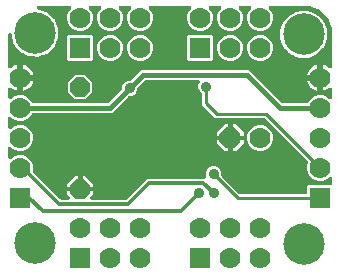
<source format=gbr>
G04 EAGLE Gerber RS-274X export*
G75*
%MOMM*%
%FSLAX34Y34*%
%LPD*%
%INBottom Copper*%
%IPPOS*%
%AMOC8*
5,1,8,0,0,1.08239X$1,22.5*%
G01*
%ADD10C,1.778000*%
%ADD11R,1.778000X1.778000*%
%ADD12C,3.516000*%
%ADD13P,1.814519X8X292.500000*%
%ADD14P,1.924489X8X202.500000*%
%ADD15C,0.906400*%
%ADD16C,0.406400*%
%ADD17C,0.304800*%
%ADD18C,0.254000*%

G36*
X53619Y61988D02*
X53619Y61988D01*
X53719Y61990D01*
X53791Y62008D01*
X53865Y62017D01*
X53959Y62050D01*
X54057Y62075D01*
X54123Y62109D01*
X54193Y62134D01*
X54277Y62189D01*
X54367Y62235D01*
X54423Y62283D01*
X54486Y62323D01*
X54556Y62395D01*
X54632Y62460D01*
X54676Y62520D01*
X54728Y62574D01*
X54780Y62660D01*
X54839Y62741D01*
X54869Y62809D01*
X54907Y62873D01*
X54938Y62969D01*
X54977Y63061D01*
X54990Y63134D01*
X55013Y63205D01*
X55021Y63305D01*
X55039Y63404D01*
X55035Y63478D01*
X55041Y63552D01*
X55026Y63652D01*
X55021Y63752D01*
X55000Y63823D01*
X54989Y63897D01*
X54952Y63990D01*
X54925Y64087D01*
X54888Y64152D01*
X54861Y64221D01*
X54803Y64303D01*
X54754Y64391D01*
X54689Y64467D01*
X54662Y64507D01*
X54635Y64531D01*
X54596Y64577D01*
X52577Y66596D01*
X52577Y69089D01*
X62992Y69089D01*
X63018Y69092D01*
X63044Y69090D01*
X63191Y69112D01*
X63338Y69129D01*
X63363Y69137D01*
X63389Y69141D01*
X63496Y69184D01*
X63572Y69163D01*
X63713Y69118D01*
X63739Y69115D01*
X63764Y69108D01*
X64008Y69089D01*
X74423Y69089D01*
X74423Y66596D01*
X72404Y64577D01*
X72342Y64499D01*
X72272Y64426D01*
X72234Y64362D01*
X72188Y64304D01*
X72145Y64213D01*
X72093Y64127D01*
X72070Y64056D01*
X72039Y63989D01*
X72017Y63891D01*
X71987Y63795D01*
X71981Y63721D01*
X71965Y63648D01*
X71967Y63548D01*
X71959Y63448D01*
X71970Y63374D01*
X71971Y63300D01*
X71996Y63203D01*
X72011Y63103D01*
X72038Y63034D01*
X72056Y62962D01*
X72102Y62873D01*
X72139Y62779D01*
X72182Y62718D01*
X72216Y62652D01*
X72281Y62576D01*
X72338Y62493D01*
X72393Y62443D01*
X72442Y62387D01*
X72522Y62327D01*
X72597Y62260D01*
X72662Y62224D01*
X72722Y62179D01*
X72814Y62140D01*
X72902Y62091D01*
X72974Y62071D01*
X73042Y62041D01*
X73141Y62024D01*
X73237Y61996D01*
X73337Y61988D01*
X73385Y61980D01*
X73421Y61982D01*
X73481Y61977D01*
X102036Y61977D01*
X102161Y61991D01*
X102288Y61998D01*
X102334Y62011D01*
X102382Y62017D01*
X102501Y62059D01*
X102622Y62094D01*
X102665Y62118D01*
X102710Y62134D01*
X102816Y62203D01*
X102927Y62264D01*
X102973Y62304D01*
X103003Y62323D01*
X103036Y62358D01*
X103113Y62423D01*
X120447Y79757D01*
X168828Y79757D01*
X168977Y79774D01*
X169127Y79786D01*
X169150Y79794D01*
X169174Y79797D01*
X169316Y79847D01*
X169459Y79894D01*
X169479Y79906D01*
X169502Y79914D01*
X169629Y79996D01*
X169757Y80073D01*
X169775Y80090D01*
X169795Y80103D01*
X169900Y80212D01*
X170007Y80316D01*
X170020Y80336D01*
X170037Y80354D01*
X170114Y80483D01*
X170195Y80609D01*
X170204Y80632D01*
X170216Y80653D01*
X170262Y80796D01*
X170312Y80938D01*
X170315Y80962D01*
X170322Y80985D01*
X170334Y81134D01*
X170351Y81284D01*
X170348Y81308D01*
X170350Y81332D01*
X170328Y81481D01*
X170310Y81630D01*
X170301Y81658D01*
X170298Y81677D01*
X170281Y81721D01*
X170235Y81863D01*
X169965Y82514D01*
X169965Y85126D01*
X170965Y87539D01*
X172811Y89385D01*
X175224Y90385D01*
X177836Y90385D01*
X180249Y89385D01*
X182095Y87539D01*
X183095Y85126D01*
X183095Y82557D01*
X183109Y82431D01*
X183116Y82305D01*
X183129Y82259D01*
X183135Y82211D01*
X183177Y82092D01*
X183212Y81970D01*
X183236Y81928D01*
X183252Y81883D01*
X183321Y81776D01*
X183382Y81666D01*
X183422Y81620D01*
X183441Y81590D01*
X183476Y81556D01*
X183541Y81480D01*
X197772Y67249D01*
X197871Y67170D01*
X197965Y67086D01*
X198007Y67062D01*
X198045Y67032D01*
X198159Y66978D01*
X198270Y66917D01*
X198316Y66904D01*
X198360Y66883D01*
X198483Y66857D01*
X198605Y66822D01*
X198666Y66817D01*
X198701Y66810D01*
X198749Y66811D01*
X198849Y66803D01*
X254254Y66803D01*
X254280Y66806D01*
X254306Y66804D01*
X254453Y66826D01*
X254600Y66843D01*
X254625Y66851D01*
X254651Y66855D01*
X254789Y66910D01*
X254928Y66960D01*
X254950Y66974D01*
X254975Y66984D01*
X255096Y67069D01*
X255221Y67149D01*
X255239Y67168D01*
X255261Y67183D01*
X255360Y67293D01*
X255463Y67400D01*
X255477Y67422D01*
X255494Y67442D01*
X255566Y67572D01*
X255642Y67699D01*
X255650Y67724D01*
X255663Y67747D01*
X255703Y67890D01*
X255748Y68031D01*
X255750Y68057D01*
X255758Y68082D01*
X255777Y68326D01*
X255777Y73232D01*
X256968Y74423D01*
X275336Y74423D01*
X275362Y74426D01*
X275388Y74424D01*
X275535Y74446D01*
X275682Y74463D01*
X275707Y74471D01*
X275733Y74475D01*
X275871Y74530D01*
X276010Y74580D01*
X276032Y74594D01*
X276057Y74604D01*
X276178Y74689D01*
X276303Y74769D01*
X276321Y74788D01*
X276343Y74803D01*
X276442Y74913D01*
X276545Y75020D01*
X276559Y75042D01*
X276576Y75062D01*
X276648Y75192D01*
X276724Y75319D01*
X276732Y75344D01*
X276745Y75367D01*
X276785Y75510D01*
X276830Y75651D01*
X276832Y75677D01*
X276840Y75702D01*
X276859Y75946D01*
X276859Y79935D01*
X276848Y80035D01*
X276846Y80135D01*
X276828Y80207D01*
X276819Y80281D01*
X276786Y80375D01*
X276761Y80473D01*
X276727Y80539D01*
X276702Y80609D01*
X276647Y80693D01*
X276601Y80783D01*
X276553Y80839D01*
X276513Y80902D01*
X276441Y80972D01*
X276376Y81048D01*
X276316Y81092D01*
X276262Y81144D01*
X276176Y81196D01*
X276095Y81255D01*
X276027Y81285D01*
X275963Y81323D01*
X275867Y81354D01*
X275775Y81393D01*
X275702Y81406D01*
X275631Y81429D01*
X275531Y81437D01*
X275432Y81455D01*
X275358Y81451D01*
X275284Y81457D01*
X275184Y81442D01*
X275084Y81437D01*
X275013Y81416D01*
X274939Y81405D01*
X274846Y81368D01*
X274749Y81341D01*
X274684Y81304D01*
X274615Y81277D01*
X274533Y81219D01*
X274445Y81170D01*
X274369Y81105D01*
X274329Y81078D01*
X274305Y81051D01*
X274259Y81012D01*
X272887Y79640D01*
X268873Y77977D01*
X264527Y77977D01*
X260513Y79640D01*
X257440Y82713D01*
X255777Y86727D01*
X255777Y91073D01*
X256583Y93017D01*
X256604Y93091D01*
X256634Y93161D01*
X256651Y93257D01*
X256678Y93352D01*
X256682Y93428D01*
X256695Y93504D01*
X256690Y93602D01*
X256695Y93700D01*
X256681Y93775D01*
X256678Y93852D01*
X256650Y93946D01*
X256633Y94043D01*
X256602Y94113D01*
X256581Y94186D01*
X256533Y94272D01*
X256494Y94363D01*
X256448Y94424D01*
X256411Y94491D01*
X256314Y94605D01*
X256286Y94642D01*
X256271Y94655D01*
X256252Y94677D01*
X220058Y130871D01*
X219959Y130950D01*
X219865Y131034D01*
X219823Y131058D01*
X219785Y131088D01*
X219671Y131142D01*
X219560Y131203D01*
X219514Y131216D01*
X219470Y131237D01*
X219347Y131263D01*
X219225Y131298D01*
X219164Y131303D01*
X219129Y131310D01*
X219081Y131309D01*
X218981Y131317D01*
X177702Y131317D01*
X166877Y142142D01*
X166877Y150868D01*
X166863Y150993D01*
X166856Y151120D01*
X166843Y151166D01*
X166837Y151214D01*
X166795Y151333D01*
X166760Y151454D01*
X166736Y151497D01*
X166720Y151542D01*
X166651Y151648D01*
X166590Y151759D01*
X166550Y151805D01*
X166531Y151835D01*
X166496Y151868D01*
X166431Y151945D01*
X164615Y153761D01*
X163615Y156174D01*
X163615Y158786D01*
X164727Y161469D01*
X164768Y161614D01*
X164814Y161757D01*
X164816Y161781D01*
X164822Y161804D01*
X164830Y161955D01*
X164842Y162104D01*
X164838Y162128D01*
X164839Y162152D01*
X164812Y162300D01*
X164790Y162449D01*
X164781Y162471D01*
X164777Y162495D01*
X164717Y162633D01*
X164661Y162773D01*
X164648Y162793D01*
X164638Y162815D01*
X164548Y162936D01*
X164462Y163059D01*
X164445Y163075D01*
X164430Y163095D01*
X164315Y163192D01*
X164204Y163292D01*
X164182Y163304D01*
X164164Y163320D01*
X164030Y163388D01*
X163899Y163461D01*
X163875Y163467D01*
X163854Y163478D01*
X163708Y163515D01*
X163563Y163556D01*
X163534Y163558D01*
X163516Y163563D01*
X163469Y163563D01*
X163319Y163575D01*
X119155Y163575D01*
X119029Y163561D01*
X118903Y163554D01*
X118856Y163541D01*
X118808Y163535D01*
X118689Y163493D01*
X118568Y163458D01*
X118526Y163434D01*
X118480Y163418D01*
X118374Y163349D01*
X118264Y163288D01*
X118218Y163248D01*
X118188Y163229D01*
X118154Y163194D01*
X118078Y163129D01*
X112421Y157472D01*
X112355Y157389D01*
X112312Y157344D01*
X112302Y157329D01*
X112258Y157280D01*
X112234Y157237D01*
X112204Y157199D01*
X112150Y157085D01*
X112089Y156975D01*
X112076Y156928D01*
X112055Y156884D01*
X112029Y156761D01*
X111994Y156639D01*
X111989Y156578D01*
X111982Y156544D01*
X111983Y156496D01*
X111975Y156395D01*
X111975Y154904D01*
X110975Y152491D01*
X109129Y150645D01*
X106716Y149645D01*
X105225Y149645D01*
X105099Y149631D01*
X104973Y149624D01*
X104926Y149611D01*
X104878Y149605D01*
X104759Y149563D01*
X104638Y149528D01*
X104596Y149504D01*
X104550Y149488D01*
X104444Y149419D01*
X104334Y149358D01*
X104288Y149318D01*
X104258Y149299D01*
X104224Y149264D01*
X104148Y149199D01*
X90584Y135635D01*
X23857Y135635D01*
X23781Y135627D01*
X23704Y135628D01*
X23608Y135607D01*
X23511Y135595D01*
X23439Y135570D01*
X23364Y135553D01*
X23275Y135511D01*
X23182Y135478D01*
X23118Y135436D01*
X23049Y135404D01*
X22972Y135342D01*
X22890Y135289D01*
X22837Y135234D01*
X22777Y135186D01*
X22716Y135109D01*
X22647Y135038D01*
X22608Y134973D01*
X22561Y134913D01*
X22493Y134780D01*
X22469Y134739D01*
X22463Y134721D01*
X22449Y134695D01*
X21960Y133513D01*
X18887Y130440D01*
X14873Y128777D01*
X10527Y128777D01*
X6513Y130440D01*
X5141Y131812D01*
X5062Y131874D01*
X4990Y131944D01*
X4926Y131982D01*
X4868Y132028D01*
X4777Y132071D01*
X4691Y132123D01*
X4620Y132146D01*
X4553Y132177D01*
X4455Y132199D01*
X4359Y132229D01*
X4285Y132235D01*
X4212Y132251D01*
X4112Y132249D01*
X4012Y132257D01*
X3938Y132246D01*
X3864Y132245D01*
X3767Y132220D01*
X3667Y132205D01*
X3598Y132178D01*
X3526Y132160D01*
X3437Y132114D01*
X3343Y132077D01*
X3282Y132034D01*
X3216Y132000D01*
X3140Y131935D01*
X3057Y131878D01*
X3007Y131823D01*
X2951Y131774D01*
X2891Y131694D01*
X2824Y131619D01*
X2788Y131554D01*
X2743Y131494D01*
X2704Y131402D01*
X2655Y131314D01*
X2635Y131242D01*
X2605Y131174D01*
X2588Y131075D01*
X2560Y130979D01*
X2552Y130879D01*
X2544Y130831D01*
X2546Y130795D01*
X2541Y130735D01*
X2541Y123265D01*
X2552Y123165D01*
X2554Y123065D01*
X2572Y122993D01*
X2581Y122919D01*
X2614Y122825D01*
X2639Y122727D01*
X2673Y122661D01*
X2698Y122591D01*
X2753Y122507D01*
X2799Y122417D01*
X2847Y122361D01*
X2887Y122298D01*
X2959Y122228D01*
X3024Y122152D01*
X3084Y122108D01*
X3138Y122056D01*
X3224Y122004D01*
X3305Y121945D01*
X3373Y121915D01*
X3437Y121877D01*
X3533Y121846D01*
X3625Y121807D01*
X3698Y121794D01*
X3769Y121771D01*
X3869Y121763D01*
X3968Y121745D01*
X4042Y121749D01*
X4116Y121743D01*
X4216Y121758D01*
X4316Y121763D01*
X4387Y121784D01*
X4461Y121795D01*
X4554Y121832D01*
X4651Y121859D01*
X4716Y121896D01*
X4785Y121923D01*
X4867Y121981D01*
X4955Y122030D01*
X5031Y122095D01*
X5071Y122122D01*
X5095Y122149D01*
X5141Y122188D01*
X6513Y123560D01*
X10527Y125223D01*
X14873Y125223D01*
X18887Y123560D01*
X21960Y120487D01*
X23623Y116473D01*
X23623Y112127D01*
X21960Y108113D01*
X18887Y105040D01*
X14873Y103377D01*
X10527Y103377D01*
X6513Y105040D01*
X5141Y106412D01*
X5062Y106474D01*
X4990Y106544D01*
X4926Y106582D01*
X4868Y106628D01*
X4777Y106671D01*
X4691Y106723D01*
X4620Y106746D01*
X4553Y106777D01*
X4455Y106799D01*
X4359Y106829D01*
X4285Y106835D01*
X4212Y106851D01*
X4112Y106849D01*
X4012Y106857D01*
X3938Y106846D01*
X3864Y106845D01*
X3767Y106820D01*
X3667Y106805D01*
X3598Y106778D01*
X3526Y106760D01*
X3437Y106714D01*
X3343Y106677D01*
X3282Y106634D01*
X3216Y106600D01*
X3140Y106535D01*
X3057Y106478D01*
X3007Y106423D01*
X2951Y106374D01*
X2891Y106294D01*
X2824Y106219D01*
X2788Y106154D01*
X2743Y106094D01*
X2704Y106002D01*
X2655Y105914D01*
X2635Y105842D01*
X2605Y105774D01*
X2588Y105675D01*
X2560Y105579D01*
X2552Y105479D01*
X2544Y105431D01*
X2546Y105395D01*
X2541Y105335D01*
X2541Y97865D01*
X2552Y97765D01*
X2554Y97665D01*
X2572Y97593D01*
X2581Y97519D01*
X2614Y97425D01*
X2639Y97327D01*
X2673Y97261D01*
X2698Y97191D01*
X2753Y97107D01*
X2799Y97017D01*
X2847Y96961D01*
X2887Y96898D01*
X2959Y96828D01*
X3024Y96752D01*
X3084Y96708D01*
X3138Y96656D01*
X3224Y96604D01*
X3305Y96545D01*
X3373Y96515D01*
X3437Y96477D01*
X3533Y96446D01*
X3625Y96407D01*
X3698Y96394D01*
X3769Y96371D01*
X3869Y96363D01*
X3968Y96345D01*
X4042Y96349D01*
X4116Y96343D01*
X4216Y96358D01*
X4316Y96363D01*
X4387Y96384D01*
X4461Y96395D01*
X4554Y96432D01*
X4651Y96459D01*
X4716Y96496D01*
X4785Y96523D01*
X4867Y96581D01*
X4955Y96630D01*
X5031Y96695D01*
X5071Y96722D01*
X5095Y96749D01*
X5141Y96788D01*
X6513Y98160D01*
X10527Y99823D01*
X14873Y99823D01*
X18887Y98160D01*
X21960Y95087D01*
X23623Y91073D01*
X23623Y86707D01*
X23615Y86690D01*
X23598Y86593D01*
X23571Y86498D01*
X23567Y86422D01*
X23554Y86347D01*
X23559Y86248D01*
X23554Y86150D01*
X23568Y86075D01*
X23572Y85998D01*
X23599Y85904D01*
X23617Y85807D01*
X23647Y85737D01*
X23668Y85664D01*
X23716Y85578D01*
X23755Y85488D01*
X23801Y85426D01*
X23838Y85359D01*
X23935Y85246D01*
X23963Y85208D01*
X23978Y85195D01*
X23997Y85173D01*
X46747Y62423D01*
X46846Y62344D01*
X46940Y62260D01*
X46982Y62236D01*
X47020Y62206D01*
X47134Y62152D01*
X47245Y62091D01*
X47292Y62078D01*
X47335Y62057D01*
X47459Y62031D01*
X47580Y61996D01*
X47641Y61991D01*
X47676Y61984D01*
X47724Y61985D01*
X47824Y61977D01*
X53519Y61977D01*
X53619Y61988D01*
G37*
G36*
X86711Y143779D02*
X86711Y143779D01*
X86837Y143786D01*
X86884Y143799D01*
X86932Y143805D01*
X87051Y143847D01*
X87172Y143882D01*
X87214Y143906D01*
X87260Y143922D01*
X87366Y143991D01*
X87476Y144052D01*
X87522Y144092D01*
X87552Y144111D01*
X87586Y144146D01*
X87662Y144211D01*
X98399Y154948D01*
X98478Y155047D01*
X98562Y155140D01*
X98586Y155183D01*
X98616Y155221D01*
X98670Y155335D01*
X98731Y155445D01*
X98744Y155492D01*
X98765Y155536D01*
X98791Y155659D01*
X98826Y155781D01*
X98831Y155842D01*
X98838Y155876D01*
X98837Y155924D01*
X98845Y156025D01*
X98845Y157516D01*
X99845Y159929D01*
X101691Y161775D01*
X104104Y162775D01*
X105595Y162775D01*
X105721Y162789D01*
X105847Y162796D01*
X105894Y162809D01*
X105942Y162815D01*
X106061Y162857D01*
X106182Y162892D01*
X106224Y162916D01*
X106270Y162932D01*
X106376Y163001D01*
X106486Y163062D01*
X106532Y163102D01*
X106562Y163121D01*
X106596Y163156D01*
X106672Y163221D01*
X115156Y171705D01*
X206154Y171705D01*
X233648Y144211D01*
X233747Y144132D01*
X233840Y144048D01*
X233883Y144024D01*
X233921Y143994D01*
X234035Y143940D01*
X234145Y143879D01*
X234192Y143866D01*
X234236Y143845D01*
X234359Y143819D01*
X234481Y143784D01*
X234542Y143779D01*
X234576Y143772D01*
X234624Y143773D01*
X234725Y143765D01*
X255543Y143765D01*
X255619Y143773D01*
X255695Y143772D01*
X255792Y143793D01*
X255889Y143805D01*
X255961Y143830D01*
X256036Y143847D01*
X256125Y143889D01*
X256217Y143922D01*
X256282Y143964D01*
X256351Y143996D01*
X256428Y144058D01*
X256510Y144111D01*
X256563Y144166D01*
X256623Y144214D01*
X256684Y144291D01*
X256752Y144362D01*
X256792Y144427D01*
X256839Y144487D01*
X256907Y144621D01*
X256931Y144661D01*
X256937Y144679D01*
X256950Y144705D01*
X257440Y145887D01*
X260513Y148960D01*
X264527Y150623D01*
X268873Y150623D01*
X272887Y148960D01*
X274259Y147588D01*
X274338Y147526D01*
X274410Y147456D01*
X274474Y147418D01*
X274532Y147372D01*
X274623Y147329D01*
X274709Y147277D01*
X274780Y147254D01*
X274847Y147223D01*
X274945Y147201D01*
X275041Y147171D01*
X275115Y147165D01*
X275188Y147149D01*
X275288Y147151D01*
X275388Y147143D01*
X275462Y147154D01*
X275536Y147155D01*
X275633Y147180D01*
X275733Y147195D01*
X275802Y147222D01*
X275874Y147240D01*
X275963Y147286D01*
X276057Y147323D01*
X276118Y147366D01*
X276184Y147400D01*
X276260Y147465D01*
X276343Y147522D01*
X276393Y147577D01*
X276449Y147626D01*
X276509Y147706D01*
X276576Y147781D01*
X276612Y147846D01*
X276657Y147906D01*
X276696Y147998D01*
X276745Y148086D01*
X276765Y148158D01*
X276795Y148226D01*
X276812Y148325D01*
X276840Y148421D01*
X276848Y148521D01*
X276856Y148569D01*
X276854Y148605D01*
X276859Y148665D01*
X276859Y155416D01*
X276848Y155516D01*
X276846Y155617D01*
X276828Y155689D01*
X276819Y155763D01*
X276786Y155857D01*
X276761Y155955D01*
X276727Y156021D01*
X276702Y156091D01*
X276647Y156175D01*
X276601Y156264D01*
X276553Y156321D01*
X276513Y156383D01*
X276441Y156453D01*
X276375Y156530D01*
X276316Y156574D01*
X276262Y156626D01*
X276176Y156677D01*
X276095Y156737D01*
X276027Y156766D01*
X275963Y156805D01*
X275867Y156835D01*
X275775Y156875D01*
X275702Y156888D01*
X275631Y156911D01*
X275531Y156919D01*
X275432Y156937D01*
X275358Y156933D01*
X275284Y156939D01*
X275185Y156924D01*
X275084Y156919D01*
X275013Y156898D01*
X274939Y156887D01*
X274846Y156850D01*
X274749Y156822D01*
X274684Y156786D01*
X274615Y156758D01*
X274533Y156701D01*
X274445Y156652D01*
X274369Y156587D01*
X274329Y156559D01*
X274305Y156533D01*
X274259Y156493D01*
X274147Y156381D01*
X272691Y155324D01*
X271088Y154507D01*
X269377Y153951D01*
X269199Y153923D01*
X269199Y164124D01*
X269196Y164150D01*
X269198Y164176D01*
X269176Y164323D01*
X269159Y164470D01*
X269151Y164495D01*
X269147Y164521D01*
X269092Y164658D01*
X269042Y164798D01*
X269028Y164820D01*
X269018Y164845D01*
X268933Y164966D01*
X268853Y165091D01*
X268840Y165103D01*
X268885Y165150D01*
X268899Y165173D01*
X268916Y165192D01*
X268988Y165322D01*
X269064Y165449D01*
X269072Y165474D01*
X269085Y165497D01*
X269125Y165640D01*
X269170Y165781D01*
X269172Y165807D01*
X269180Y165832D01*
X269199Y166076D01*
X269199Y176277D01*
X269377Y176249D01*
X271088Y175693D01*
X272691Y174876D01*
X274147Y173819D01*
X274259Y173707D01*
X274337Y173644D01*
X274410Y173574D01*
X274474Y173536D01*
X274532Y173490D01*
X274623Y173447D01*
X274709Y173395D01*
X274780Y173373D01*
X274847Y173341D01*
X274945Y173320D01*
X275041Y173289D01*
X275115Y173283D01*
X275188Y173268D01*
X275288Y173269D01*
X275388Y173261D01*
X275462Y173272D01*
X275536Y173274D01*
X275633Y173298D01*
X275733Y173313D01*
X275802Y173340D01*
X275874Y173359D01*
X275963Y173405D01*
X276057Y173442D01*
X276118Y173484D01*
X276184Y173518D01*
X276260Y173583D01*
X276343Y173641D01*
X276393Y173696D01*
X276449Y173744D01*
X276509Y173825D01*
X276576Y173899D01*
X276612Y173964D01*
X276656Y174024D01*
X276696Y174116D01*
X276745Y174204D01*
X276765Y174276D01*
X276795Y174344D01*
X276812Y174443D01*
X276840Y174540D01*
X276848Y174640D01*
X276856Y174687D01*
X276854Y174723D01*
X276859Y174784D01*
X276859Y203200D01*
X276854Y203242D01*
X276855Y203320D01*
X276592Y206657D01*
X276581Y206713D01*
X276579Y206770D01*
X276529Y206981D01*
X276525Y206999D01*
X276523Y207003D01*
X276522Y207008D01*
X274459Y213357D01*
X274411Y213463D01*
X274370Y213573D01*
X274331Y213637D01*
X274314Y213674D01*
X274287Y213709D01*
X274243Y213782D01*
X270319Y219182D01*
X270240Y219268D01*
X270168Y219360D01*
X270111Y219409D01*
X270083Y219439D01*
X270047Y219464D01*
X269982Y219519D01*
X264582Y223443D01*
X264480Y223500D01*
X264383Y223565D01*
X264314Y223594D01*
X264278Y223614D01*
X264235Y223627D01*
X264157Y223659D01*
X257808Y225722D01*
X257752Y225733D01*
X257699Y225753D01*
X257485Y225787D01*
X257467Y225791D01*
X257463Y225791D01*
X257457Y225792D01*
X254120Y226055D01*
X254077Y226053D01*
X254000Y226059D01*
X224865Y226059D01*
X224765Y226048D01*
X224665Y226046D01*
X224593Y226028D01*
X224519Y226019D01*
X224425Y225986D01*
X224327Y225961D01*
X224261Y225927D01*
X224191Y225902D01*
X224107Y225847D01*
X224017Y225801D01*
X223961Y225753D01*
X223898Y225713D01*
X223828Y225641D01*
X223752Y225576D01*
X223708Y225516D01*
X223656Y225462D01*
X223604Y225376D01*
X223545Y225295D01*
X223515Y225227D01*
X223477Y225163D01*
X223446Y225067D01*
X223407Y224975D01*
X223394Y224902D01*
X223371Y224831D01*
X223363Y224731D01*
X223345Y224632D01*
X223349Y224558D01*
X223343Y224484D01*
X223358Y224384D01*
X223363Y224284D01*
X223384Y224213D01*
X223395Y224139D01*
X223432Y224046D01*
X223459Y223949D01*
X223496Y223884D01*
X223523Y223815D01*
X223581Y223733D01*
X223630Y223645D01*
X223695Y223569D01*
X223722Y223529D01*
X223749Y223505D01*
X223788Y223459D01*
X225160Y222087D01*
X226823Y218073D01*
X226823Y213727D01*
X225160Y209713D01*
X222087Y206640D01*
X218073Y204977D01*
X213727Y204977D01*
X209713Y206640D01*
X206640Y209713D01*
X204977Y213727D01*
X204977Y218073D01*
X206640Y222087D01*
X208012Y223459D01*
X208074Y223538D01*
X208144Y223610D01*
X208182Y223674D01*
X208228Y223732D01*
X208271Y223823D01*
X208323Y223909D01*
X208346Y223980D01*
X208377Y224047D01*
X208399Y224145D01*
X208429Y224241D01*
X208435Y224315D01*
X208451Y224388D01*
X208449Y224488D01*
X208457Y224588D01*
X208446Y224662D01*
X208445Y224736D01*
X208420Y224833D01*
X208405Y224933D01*
X208378Y225002D01*
X208360Y225074D01*
X208314Y225163D01*
X208277Y225257D01*
X208234Y225318D01*
X208200Y225384D01*
X208135Y225460D01*
X208078Y225543D01*
X208023Y225593D01*
X207974Y225649D01*
X207894Y225709D01*
X207819Y225776D01*
X207754Y225812D01*
X207694Y225857D01*
X207602Y225896D01*
X207514Y225945D01*
X207442Y225965D01*
X207374Y225995D01*
X207275Y226012D01*
X207179Y226040D01*
X207079Y226048D01*
X207031Y226056D01*
X206995Y226054D01*
X206935Y226059D01*
X199465Y226059D01*
X199365Y226048D01*
X199265Y226046D01*
X199193Y226028D01*
X199119Y226019D01*
X199025Y225986D01*
X198927Y225961D01*
X198861Y225927D01*
X198791Y225902D01*
X198707Y225847D01*
X198617Y225801D01*
X198561Y225753D01*
X198498Y225713D01*
X198428Y225641D01*
X198352Y225576D01*
X198308Y225516D01*
X198256Y225462D01*
X198204Y225376D01*
X198145Y225295D01*
X198115Y225227D01*
X198077Y225163D01*
X198046Y225067D01*
X198007Y224975D01*
X197994Y224902D01*
X197971Y224831D01*
X197963Y224731D01*
X197945Y224632D01*
X197949Y224558D01*
X197943Y224484D01*
X197958Y224384D01*
X197963Y224284D01*
X197984Y224213D01*
X197995Y224139D01*
X198032Y224046D01*
X198059Y223949D01*
X198096Y223884D01*
X198123Y223815D01*
X198181Y223733D01*
X198230Y223645D01*
X198295Y223569D01*
X198322Y223529D01*
X198349Y223505D01*
X198388Y223459D01*
X199760Y222087D01*
X201423Y218073D01*
X201423Y213727D01*
X199760Y209713D01*
X196687Y206640D01*
X192673Y204977D01*
X188327Y204977D01*
X184313Y206640D01*
X181240Y209713D01*
X179577Y213727D01*
X179577Y218073D01*
X181240Y222087D01*
X182612Y223459D01*
X182674Y223538D01*
X182744Y223610D01*
X182782Y223674D01*
X182828Y223732D01*
X182871Y223823D01*
X182923Y223909D01*
X182946Y223980D01*
X182977Y224047D01*
X182999Y224145D01*
X183029Y224241D01*
X183035Y224315D01*
X183051Y224388D01*
X183049Y224488D01*
X183057Y224588D01*
X183046Y224662D01*
X183045Y224736D01*
X183020Y224833D01*
X183005Y224933D01*
X182978Y225002D01*
X182960Y225074D01*
X182914Y225163D01*
X182877Y225257D01*
X182834Y225318D01*
X182800Y225384D01*
X182735Y225460D01*
X182678Y225543D01*
X182623Y225593D01*
X182574Y225649D01*
X182494Y225709D01*
X182419Y225776D01*
X182354Y225812D01*
X182294Y225857D01*
X182202Y225896D01*
X182114Y225945D01*
X182042Y225965D01*
X181974Y225995D01*
X181875Y226012D01*
X181779Y226040D01*
X181679Y226048D01*
X181631Y226056D01*
X181595Y226054D01*
X181535Y226059D01*
X174065Y226059D01*
X173965Y226048D01*
X173865Y226046D01*
X173793Y226028D01*
X173719Y226019D01*
X173625Y225986D01*
X173527Y225961D01*
X173461Y225927D01*
X173391Y225902D01*
X173307Y225847D01*
X173217Y225801D01*
X173161Y225753D01*
X173098Y225713D01*
X173028Y225641D01*
X172952Y225576D01*
X172908Y225516D01*
X172856Y225462D01*
X172804Y225376D01*
X172745Y225295D01*
X172715Y225227D01*
X172677Y225163D01*
X172646Y225067D01*
X172607Y224975D01*
X172594Y224902D01*
X172571Y224831D01*
X172563Y224731D01*
X172545Y224632D01*
X172549Y224558D01*
X172543Y224484D01*
X172558Y224384D01*
X172563Y224284D01*
X172584Y224213D01*
X172595Y224139D01*
X172632Y224046D01*
X172659Y223949D01*
X172696Y223884D01*
X172723Y223815D01*
X172781Y223733D01*
X172830Y223645D01*
X172895Y223569D01*
X172922Y223529D01*
X172949Y223505D01*
X172988Y223459D01*
X174360Y222087D01*
X176023Y218073D01*
X176023Y213727D01*
X174360Y209713D01*
X171287Y206640D01*
X167273Y204977D01*
X162927Y204977D01*
X158913Y206640D01*
X155840Y209713D01*
X154177Y213727D01*
X154177Y218073D01*
X155840Y222087D01*
X157212Y223459D01*
X157274Y223538D01*
X157344Y223610D01*
X157382Y223674D01*
X157428Y223732D01*
X157471Y223823D01*
X157523Y223909D01*
X157546Y223980D01*
X157577Y224047D01*
X157599Y224145D01*
X157629Y224241D01*
X157635Y224315D01*
X157651Y224388D01*
X157649Y224488D01*
X157657Y224588D01*
X157646Y224662D01*
X157645Y224736D01*
X157620Y224833D01*
X157605Y224933D01*
X157578Y225002D01*
X157560Y225074D01*
X157514Y225163D01*
X157477Y225257D01*
X157434Y225318D01*
X157400Y225384D01*
X157335Y225460D01*
X157278Y225543D01*
X157223Y225593D01*
X157174Y225649D01*
X157094Y225709D01*
X157019Y225776D01*
X156954Y225812D01*
X156894Y225857D01*
X156802Y225896D01*
X156714Y225945D01*
X156642Y225965D01*
X156574Y225995D01*
X156475Y226012D01*
X156379Y226040D01*
X156279Y226048D01*
X156231Y226056D01*
X156195Y226054D01*
X156135Y226059D01*
X123265Y226059D01*
X123165Y226048D01*
X123065Y226046D01*
X122993Y226028D01*
X122919Y226019D01*
X122825Y225986D01*
X122727Y225961D01*
X122661Y225927D01*
X122591Y225902D01*
X122507Y225847D01*
X122417Y225801D01*
X122361Y225753D01*
X122298Y225713D01*
X122228Y225641D01*
X122152Y225576D01*
X122108Y225516D01*
X122056Y225462D01*
X122004Y225376D01*
X121945Y225295D01*
X121915Y225227D01*
X121877Y225163D01*
X121846Y225067D01*
X121807Y224975D01*
X121794Y224902D01*
X121771Y224831D01*
X121763Y224731D01*
X121745Y224632D01*
X121749Y224558D01*
X121743Y224484D01*
X121758Y224384D01*
X121763Y224284D01*
X121784Y224213D01*
X121795Y224139D01*
X121832Y224046D01*
X121859Y223949D01*
X121896Y223884D01*
X121923Y223815D01*
X121981Y223733D01*
X122030Y223645D01*
X122095Y223569D01*
X122122Y223529D01*
X122149Y223505D01*
X122188Y223459D01*
X123560Y222087D01*
X125223Y218073D01*
X125223Y213727D01*
X123560Y209713D01*
X120487Y206640D01*
X116473Y204977D01*
X112127Y204977D01*
X108113Y206640D01*
X105040Y209713D01*
X103377Y213727D01*
X103377Y218073D01*
X105040Y222087D01*
X106412Y223459D01*
X106474Y223538D01*
X106544Y223610D01*
X106582Y223674D01*
X106628Y223732D01*
X106671Y223823D01*
X106723Y223909D01*
X106746Y223980D01*
X106777Y224047D01*
X106799Y224145D01*
X106829Y224241D01*
X106835Y224315D01*
X106851Y224388D01*
X106849Y224488D01*
X106857Y224588D01*
X106846Y224662D01*
X106845Y224736D01*
X106820Y224833D01*
X106805Y224933D01*
X106778Y225002D01*
X106760Y225074D01*
X106714Y225163D01*
X106677Y225257D01*
X106634Y225318D01*
X106600Y225384D01*
X106535Y225460D01*
X106478Y225543D01*
X106423Y225593D01*
X106374Y225649D01*
X106294Y225709D01*
X106219Y225776D01*
X106154Y225812D01*
X106094Y225857D01*
X106002Y225896D01*
X105914Y225945D01*
X105842Y225965D01*
X105774Y225995D01*
X105675Y226012D01*
X105579Y226040D01*
X105479Y226048D01*
X105431Y226056D01*
X105395Y226054D01*
X105335Y226059D01*
X97865Y226059D01*
X97765Y226048D01*
X97665Y226046D01*
X97593Y226028D01*
X97519Y226019D01*
X97425Y225986D01*
X97327Y225961D01*
X97261Y225927D01*
X97191Y225902D01*
X97107Y225847D01*
X97017Y225801D01*
X96961Y225753D01*
X96898Y225713D01*
X96828Y225641D01*
X96752Y225576D01*
X96708Y225516D01*
X96656Y225462D01*
X96604Y225376D01*
X96545Y225295D01*
X96515Y225227D01*
X96477Y225163D01*
X96446Y225067D01*
X96407Y224975D01*
X96394Y224902D01*
X96371Y224831D01*
X96363Y224731D01*
X96345Y224632D01*
X96349Y224558D01*
X96343Y224484D01*
X96358Y224384D01*
X96363Y224284D01*
X96384Y224213D01*
X96395Y224139D01*
X96432Y224046D01*
X96459Y223949D01*
X96496Y223884D01*
X96523Y223815D01*
X96581Y223733D01*
X96630Y223645D01*
X96695Y223569D01*
X96722Y223529D01*
X96749Y223505D01*
X96788Y223459D01*
X98160Y222087D01*
X99823Y218073D01*
X99823Y213727D01*
X98160Y209713D01*
X95087Y206640D01*
X91073Y204977D01*
X86727Y204977D01*
X82713Y206640D01*
X79640Y209713D01*
X77977Y213727D01*
X77977Y218073D01*
X79640Y222087D01*
X81012Y223459D01*
X81074Y223538D01*
X81144Y223610D01*
X81182Y223674D01*
X81228Y223732D01*
X81271Y223823D01*
X81323Y223909D01*
X81346Y223980D01*
X81377Y224047D01*
X81399Y224145D01*
X81429Y224241D01*
X81435Y224315D01*
X81451Y224388D01*
X81449Y224488D01*
X81457Y224588D01*
X81446Y224662D01*
X81445Y224736D01*
X81420Y224833D01*
X81405Y224933D01*
X81378Y225002D01*
X81360Y225074D01*
X81314Y225163D01*
X81277Y225257D01*
X81234Y225318D01*
X81200Y225384D01*
X81135Y225460D01*
X81078Y225543D01*
X81023Y225593D01*
X80974Y225649D01*
X80894Y225709D01*
X80819Y225776D01*
X80754Y225812D01*
X80694Y225857D01*
X80602Y225896D01*
X80514Y225945D01*
X80442Y225965D01*
X80374Y225995D01*
X80275Y226012D01*
X80179Y226040D01*
X80079Y226048D01*
X80031Y226056D01*
X79995Y226054D01*
X79935Y226059D01*
X72465Y226059D01*
X72365Y226048D01*
X72265Y226046D01*
X72193Y226028D01*
X72119Y226019D01*
X72025Y225986D01*
X71927Y225961D01*
X71861Y225927D01*
X71791Y225902D01*
X71707Y225847D01*
X71617Y225801D01*
X71561Y225753D01*
X71498Y225713D01*
X71428Y225641D01*
X71352Y225576D01*
X71308Y225516D01*
X71256Y225462D01*
X71204Y225376D01*
X71145Y225295D01*
X71115Y225227D01*
X71077Y225163D01*
X71046Y225067D01*
X71007Y224975D01*
X70994Y224902D01*
X70971Y224831D01*
X70963Y224731D01*
X70945Y224632D01*
X70949Y224558D01*
X70943Y224484D01*
X70958Y224384D01*
X70963Y224284D01*
X70984Y224213D01*
X70995Y224139D01*
X71032Y224046D01*
X71059Y223949D01*
X71096Y223884D01*
X71123Y223815D01*
X71181Y223733D01*
X71230Y223645D01*
X71295Y223569D01*
X71322Y223529D01*
X71349Y223505D01*
X71388Y223459D01*
X72760Y222087D01*
X74423Y218073D01*
X74423Y213727D01*
X72760Y209713D01*
X69687Y206640D01*
X65673Y204977D01*
X61327Y204977D01*
X57313Y206640D01*
X54240Y209713D01*
X52577Y213727D01*
X52577Y218073D01*
X54240Y222087D01*
X55612Y223459D01*
X55674Y223538D01*
X55744Y223610D01*
X55782Y223674D01*
X55828Y223732D01*
X55871Y223823D01*
X55923Y223909D01*
X55946Y223980D01*
X55977Y224047D01*
X55999Y224145D01*
X56029Y224241D01*
X56035Y224315D01*
X56051Y224388D01*
X56049Y224488D01*
X56057Y224588D01*
X56046Y224662D01*
X56045Y224736D01*
X56020Y224833D01*
X56005Y224933D01*
X55978Y225002D01*
X55960Y225074D01*
X55914Y225163D01*
X55877Y225257D01*
X55834Y225318D01*
X55800Y225384D01*
X55735Y225460D01*
X55678Y225543D01*
X55623Y225593D01*
X55574Y225649D01*
X55494Y225709D01*
X55419Y225776D01*
X55354Y225812D01*
X55294Y225857D01*
X55202Y225896D01*
X55114Y225945D01*
X55042Y225965D01*
X54974Y225995D01*
X54875Y226012D01*
X54779Y226040D01*
X54679Y226048D01*
X54631Y226056D01*
X54595Y226054D01*
X54535Y226059D01*
X28372Y226059D01*
X28263Y226047D01*
X28153Y226043D01*
X28090Y226027D01*
X28026Y226019D01*
X27922Y225982D01*
X27816Y225954D01*
X27759Y225924D01*
X27698Y225902D01*
X27605Y225842D01*
X27508Y225791D01*
X27459Y225748D01*
X27405Y225713D01*
X27328Y225634D01*
X27245Y225561D01*
X27208Y225509D01*
X27163Y225462D01*
X27106Y225368D01*
X27042Y225279D01*
X27017Y225219D01*
X26984Y225163D01*
X26950Y225058D01*
X26908Y224957D01*
X26897Y224893D01*
X26878Y224831D01*
X26869Y224722D01*
X26851Y224613D01*
X26855Y224548D01*
X26850Y224484D01*
X26866Y224375D01*
X26873Y224265D01*
X26892Y224203D01*
X26901Y224139D01*
X26942Y224037D01*
X26974Y223932D01*
X27006Y223875D01*
X27030Y223815D01*
X27093Y223725D01*
X27148Y223630D01*
X27192Y223582D01*
X27229Y223529D01*
X27311Y223455D01*
X27386Y223375D01*
X27440Y223339D01*
X27488Y223296D01*
X27584Y223242D01*
X27675Y223181D01*
X27754Y223149D01*
X27793Y223127D01*
X27832Y223116D01*
X27901Y223087D01*
X28517Y222887D01*
X28631Y222864D01*
X28744Y222832D01*
X28818Y222826D01*
X28859Y222818D01*
X28903Y222820D01*
X28988Y222813D01*
X29301Y222813D01*
X31265Y221999D01*
X31306Y221988D01*
X31377Y221958D01*
X35463Y220630D01*
X36030Y220120D01*
X36141Y220041D01*
X36248Y219956D01*
X36290Y219935D01*
X36314Y219918D01*
X36360Y219899D01*
X36466Y219845D01*
X36510Y219827D01*
X37875Y218461D01*
X37899Y218442D01*
X37933Y218407D01*
X41683Y215030D01*
X41870Y214610D01*
X41950Y214475D01*
X41984Y214414D01*
X42330Y213578D01*
X42338Y213564D01*
X42346Y213541D01*
X45087Y207385D01*
X45087Y199015D01*
X42346Y192859D01*
X42341Y192844D01*
X42330Y192822D01*
X41996Y192016D01*
X41987Y192005D01*
X41977Y191986D01*
X41968Y191975D01*
X41950Y191937D01*
X41870Y191790D01*
X41683Y191370D01*
X37933Y187993D01*
X37913Y187971D01*
X37875Y187938D01*
X36510Y186573D01*
X36466Y186555D01*
X36346Y186488D01*
X36224Y186428D01*
X36187Y186400D01*
X36162Y186386D01*
X36124Y186352D01*
X36030Y186280D01*
X35463Y185770D01*
X31377Y184442D01*
X31339Y184425D01*
X31265Y184401D01*
X29301Y183587D01*
X28988Y183587D01*
X28871Y183574D01*
X28755Y183569D01*
X28682Y183552D01*
X28641Y183547D01*
X28599Y183532D01*
X28517Y183513D01*
X27504Y183184D01*
X23742Y183579D01*
X23693Y183578D01*
X23583Y183587D01*
X21499Y183587D01*
X20967Y183808D01*
X20874Y183834D01*
X20784Y183870D01*
X20679Y183890D01*
X20632Y183903D01*
X20599Y183905D01*
X20543Y183915D01*
X19180Y184058D01*
X16268Y185740D01*
X16226Y185758D01*
X16090Y185828D01*
X14290Y186573D01*
X13702Y187161D01*
X13642Y187209D01*
X13588Y187265D01*
X13466Y187349D01*
X13429Y187378D01*
X13411Y187386D01*
X13386Y187404D01*
X11933Y188243D01*
X10176Y190661D01*
X10168Y190670D01*
X10020Y190843D01*
X8773Y192090D01*
X8359Y193090D01*
X8331Y193140D01*
X8312Y193194D01*
X8199Y193379D01*
X8190Y193395D01*
X8187Y193397D01*
X8184Y193402D01*
X7013Y195014D01*
X6464Y197598D01*
X6458Y197615D01*
X6456Y197632D01*
X6381Y197865D01*
X5787Y199299D01*
X5787Y200622D01*
X5786Y200636D01*
X5786Y200645D01*
X5783Y200665D01*
X5785Y200696D01*
X5754Y200939D01*
X5554Y201880D01*
X5549Y201894D01*
X5547Y201909D01*
X5494Y202059D01*
X5443Y202210D01*
X5435Y202223D01*
X5430Y202237D01*
X5343Y202371D01*
X5260Y202507D01*
X5249Y202517D01*
X5241Y202530D01*
X5126Y202641D01*
X5014Y202754D01*
X5001Y202762D01*
X4990Y202772D01*
X4853Y202854D01*
X4719Y202938D01*
X4704Y202943D01*
X4691Y202951D01*
X4540Y203000D01*
X4389Y203051D01*
X4374Y203053D01*
X4359Y203057D01*
X4201Y203070D01*
X4042Y203086D01*
X4027Y203084D01*
X4012Y203085D01*
X3855Y203062D01*
X3696Y203041D01*
X3682Y203036D01*
X3667Y203034D01*
X3519Y202975D01*
X3370Y202919D01*
X3357Y202911D01*
X3343Y202905D01*
X3213Y202814D01*
X3080Y202726D01*
X3070Y202715D01*
X3057Y202706D01*
X2951Y202588D01*
X2841Y202472D01*
X2834Y202459D01*
X2824Y202447D01*
X2747Y202308D01*
X2667Y202170D01*
X2662Y202156D01*
X2655Y202142D01*
X2612Y201989D01*
X2566Y201837D01*
X2565Y201822D01*
X2560Y201807D01*
X2541Y201563D01*
X2541Y174784D01*
X2552Y174684D01*
X2554Y174583D01*
X2572Y174511D01*
X2581Y174437D01*
X2615Y174343D01*
X2639Y174245D01*
X2673Y174179D01*
X2698Y174109D01*
X2753Y174025D01*
X2799Y173936D01*
X2847Y173879D01*
X2887Y173817D01*
X2959Y173747D01*
X3025Y173670D01*
X3084Y173626D01*
X3138Y173574D01*
X3224Y173523D01*
X3305Y173463D01*
X3373Y173434D01*
X3437Y173395D01*
X3533Y173365D01*
X3625Y173325D01*
X3698Y173312D01*
X3769Y173289D01*
X3869Y173281D01*
X3968Y173263D01*
X4042Y173267D01*
X4116Y173261D01*
X4215Y173276D01*
X4316Y173281D01*
X4387Y173302D01*
X4461Y173313D01*
X4554Y173350D01*
X4651Y173378D01*
X4716Y173414D01*
X4785Y173442D01*
X4867Y173499D01*
X4955Y173548D01*
X5031Y173613D01*
X5071Y173641D01*
X5095Y173667D01*
X5141Y173707D01*
X5253Y173819D01*
X6709Y174876D01*
X8312Y175693D01*
X10023Y176249D01*
X10201Y176277D01*
X10201Y166076D01*
X10204Y166050D01*
X10202Y166024D01*
X10224Y165877D01*
X10241Y165730D01*
X10249Y165705D01*
X10253Y165679D01*
X10308Y165542D01*
X10358Y165402D01*
X10372Y165380D01*
X10382Y165355D01*
X10467Y165234D01*
X10547Y165109D01*
X10560Y165097D01*
X10515Y165050D01*
X10501Y165027D01*
X10484Y165008D01*
X10412Y164878D01*
X10336Y164751D01*
X10328Y164726D01*
X10315Y164703D01*
X10275Y164560D01*
X10230Y164419D01*
X10227Y164393D01*
X10220Y164368D01*
X10201Y164124D01*
X10201Y153923D01*
X10023Y153951D01*
X8312Y154507D01*
X6709Y155324D01*
X5253Y156381D01*
X5141Y156493D01*
X5063Y156556D01*
X4990Y156626D01*
X4926Y156664D01*
X4868Y156710D01*
X4777Y156753D01*
X4691Y156805D01*
X4620Y156827D01*
X4553Y156859D01*
X4455Y156880D01*
X4359Y156911D01*
X4285Y156917D01*
X4212Y156932D01*
X4112Y156931D01*
X4012Y156939D01*
X3938Y156928D01*
X3864Y156926D01*
X3767Y156902D01*
X3667Y156887D01*
X3598Y156860D01*
X3526Y156841D01*
X3437Y156795D01*
X3343Y156758D01*
X3282Y156716D01*
X3216Y156682D01*
X3140Y156617D01*
X3057Y156559D01*
X3007Y156504D01*
X2951Y156456D01*
X2891Y156375D01*
X2824Y156301D01*
X2788Y156236D01*
X2744Y156176D01*
X2704Y156084D01*
X2655Y155996D01*
X2635Y155924D01*
X2605Y155856D01*
X2588Y155757D01*
X2560Y155660D01*
X2552Y155560D01*
X2544Y155513D01*
X2546Y155477D01*
X2541Y155416D01*
X2541Y148665D01*
X2552Y148565D01*
X2554Y148465D01*
X2572Y148393D01*
X2581Y148319D01*
X2614Y148225D01*
X2639Y148127D01*
X2673Y148061D01*
X2698Y147991D01*
X2753Y147907D01*
X2799Y147817D01*
X2847Y147761D01*
X2887Y147698D01*
X2959Y147628D01*
X3024Y147552D01*
X3084Y147508D01*
X3138Y147456D01*
X3224Y147404D01*
X3305Y147345D01*
X3373Y147315D01*
X3437Y147277D01*
X3533Y147246D01*
X3625Y147207D01*
X3698Y147194D01*
X3769Y147171D01*
X3869Y147163D01*
X3968Y147145D01*
X4042Y147149D01*
X4116Y147143D01*
X4216Y147158D01*
X4316Y147163D01*
X4387Y147184D01*
X4461Y147195D01*
X4554Y147232D01*
X4651Y147259D01*
X4716Y147296D01*
X4785Y147323D01*
X4867Y147381D01*
X4955Y147430D01*
X5031Y147495D01*
X5071Y147522D01*
X5095Y147549D01*
X5141Y147588D01*
X6513Y148960D01*
X10527Y150623D01*
X14873Y150623D01*
X18887Y148960D01*
X21960Y145887D01*
X22449Y144705D01*
X22487Y144638D01*
X22515Y144567D01*
X22571Y144487D01*
X22619Y144400D01*
X22670Y144344D01*
X22714Y144281D01*
X22787Y144215D01*
X22853Y144142D01*
X22916Y144099D01*
X22973Y144048D01*
X23059Y144000D01*
X23140Y143944D01*
X23211Y143916D01*
X23278Y143879D01*
X23372Y143852D01*
X23464Y143816D01*
X23539Y143805D01*
X23613Y143784D01*
X23762Y143772D01*
X23809Y143765D01*
X23828Y143767D01*
X23857Y143765D01*
X86585Y143765D01*
X86711Y143779D01*
G37*
%LPC*%
G36*
X251072Y182309D02*
X251072Y182309D01*
X251023Y182308D01*
X250913Y182317D01*
X248829Y182317D01*
X248297Y182538D01*
X248204Y182564D01*
X248114Y182600D01*
X248009Y182620D01*
X247962Y182633D01*
X247929Y182635D01*
X247873Y182645D01*
X246510Y182788D01*
X243598Y184470D01*
X243556Y184488D01*
X243420Y184558D01*
X241620Y185303D01*
X241032Y185891D01*
X240972Y185939D01*
X240918Y185995D01*
X240796Y186079D01*
X240759Y186108D01*
X240741Y186116D01*
X240716Y186134D01*
X239263Y186973D01*
X237506Y189391D01*
X237498Y189400D01*
X237350Y189573D01*
X236103Y190820D01*
X235689Y191820D01*
X235661Y191870D01*
X235642Y191924D01*
X235529Y192109D01*
X235520Y192125D01*
X235517Y192127D01*
X235514Y192132D01*
X234343Y193744D01*
X233794Y196328D01*
X233788Y196345D01*
X233786Y196362D01*
X233772Y196407D01*
X233770Y196420D01*
X233758Y196450D01*
X233711Y196595D01*
X233117Y198029D01*
X233117Y199352D01*
X233113Y199389D01*
X233115Y199426D01*
X233084Y199669D01*
X232603Y201930D01*
X233084Y204191D01*
X233088Y204228D01*
X233098Y204264D01*
X233117Y204508D01*
X233117Y205831D01*
X233711Y207265D01*
X233716Y207282D01*
X233724Y207297D01*
X233794Y207532D01*
X234343Y210116D01*
X235514Y211728D01*
X235542Y211777D01*
X235578Y211822D01*
X235676Y212015D01*
X235685Y212031D01*
X235686Y212035D01*
X235689Y212040D01*
X236103Y213040D01*
X237350Y214287D01*
X237358Y214296D01*
X237506Y214469D01*
X239263Y216887D01*
X240716Y217726D01*
X240778Y217772D01*
X240846Y217810D01*
X240958Y217906D01*
X240996Y217934D01*
X241009Y217949D01*
X241032Y217969D01*
X241620Y218557D01*
X243420Y219302D01*
X243460Y219325D01*
X243598Y219390D01*
X246510Y221072D01*
X247873Y221215D01*
X247968Y221236D01*
X248064Y221247D01*
X248166Y221280D01*
X248214Y221291D01*
X248244Y221305D01*
X248297Y221322D01*
X248829Y221543D01*
X250913Y221543D01*
X250962Y221548D01*
X251072Y221551D01*
X254834Y221946D01*
X255847Y221617D01*
X255961Y221594D01*
X256074Y221562D01*
X256148Y221556D01*
X256188Y221548D01*
X256233Y221550D01*
X256318Y221543D01*
X256631Y221543D01*
X258595Y220729D01*
X258636Y220718D01*
X258707Y220688D01*
X262793Y219360D01*
X263360Y218850D01*
X263471Y218771D01*
X263578Y218686D01*
X263620Y218665D01*
X263644Y218648D01*
X263690Y218629D01*
X263796Y218575D01*
X263840Y218557D01*
X265205Y217191D01*
X265229Y217172D01*
X265263Y217137D01*
X269013Y213760D01*
X269200Y213340D01*
X269280Y213205D01*
X269314Y213144D01*
X269660Y212308D01*
X269668Y212294D01*
X269676Y212271D01*
X272417Y206115D01*
X272417Y197745D01*
X269676Y191589D01*
X269671Y191574D01*
X269660Y191552D01*
X269326Y190746D01*
X269317Y190735D01*
X269307Y190716D01*
X269298Y190705D01*
X269280Y190667D01*
X269200Y190520D01*
X269013Y190100D01*
X265263Y186723D01*
X265243Y186701D01*
X265205Y186668D01*
X263840Y185303D01*
X263796Y185285D01*
X263676Y185218D01*
X263554Y185158D01*
X263517Y185130D01*
X263492Y185116D01*
X263454Y185082D01*
X263360Y185010D01*
X262793Y184500D01*
X258707Y183172D01*
X258669Y183155D01*
X258595Y183131D01*
X256631Y182317D01*
X256318Y182317D01*
X256201Y182304D01*
X256085Y182299D01*
X256012Y182282D01*
X255971Y182277D01*
X255961Y182274D01*
X255960Y182274D01*
X255926Y182262D01*
X255847Y182243D01*
X254834Y181914D01*
X251072Y182309D01*
G37*
%LPD*%
%LPC*%
G36*
X155368Y179577D02*
X155368Y179577D01*
X154177Y180768D01*
X154177Y200232D01*
X155368Y201423D01*
X174832Y201423D01*
X176023Y200232D01*
X176023Y180768D01*
X174832Y179577D01*
X155368Y179577D01*
G37*
%LPD*%
%LPC*%
G36*
X53768Y179577D02*
X53768Y179577D01*
X52577Y180768D01*
X52577Y200232D01*
X53768Y201423D01*
X73232Y201423D01*
X74423Y200232D01*
X74423Y180768D01*
X73232Y179577D01*
X53768Y179577D01*
G37*
%LPD*%
%LPC*%
G36*
X188327Y179577D02*
X188327Y179577D01*
X184313Y181240D01*
X181240Y184313D01*
X179577Y188327D01*
X179577Y192673D01*
X181240Y196687D01*
X184313Y199760D01*
X188327Y201423D01*
X192673Y201423D01*
X196687Y199760D01*
X199760Y196687D01*
X201423Y192673D01*
X201423Y188327D01*
X199760Y184313D01*
X196687Y181240D01*
X192673Y179577D01*
X188327Y179577D01*
G37*
%LPD*%
%LPC*%
G36*
X112127Y179577D02*
X112127Y179577D01*
X108113Y181240D01*
X105040Y184313D01*
X103377Y188327D01*
X103377Y192673D01*
X105040Y196687D01*
X108113Y199760D01*
X112127Y201423D01*
X116473Y201423D01*
X120487Y199760D01*
X123560Y196687D01*
X125223Y192673D01*
X125223Y188327D01*
X123560Y184313D01*
X120487Y181240D01*
X116473Y179577D01*
X112127Y179577D01*
G37*
%LPD*%
%LPC*%
G36*
X86727Y179577D02*
X86727Y179577D01*
X82713Y181240D01*
X79640Y184313D01*
X77977Y188327D01*
X77977Y192673D01*
X79640Y196687D01*
X82713Y199760D01*
X86727Y201423D01*
X91073Y201423D01*
X95087Y199760D01*
X98160Y196687D01*
X99823Y192673D01*
X99823Y188327D01*
X98160Y184313D01*
X95087Y181240D01*
X91073Y179577D01*
X86727Y179577D01*
G37*
%LPD*%
%LPC*%
G36*
X213727Y179577D02*
X213727Y179577D01*
X209713Y181240D01*
X206640Y184313D01*
X204977Y188327D01*
X204977Y192673D01*
X206640Y196687D01*
X209713Y199760D01*
X213727Y201423D01*
X218073Y201423D01*
X222087Y199760D01*
X225160Y196687D01*
X226823Y192673D01*
X226823Y188327D01*
X225160Y184313D01*
X222087Y181240D01*
X218073Y179577D01*
X213727Y179577D01*
G37*
%LPD*%
%LPC*%
G36*
X213727Y103377D02*
X213727Y103377D01*
X209713Y105040D01*
X206640Y108113D01*
X204977Y112127D01*
X204977Y116473D01*
X206640Y120487D01*
X209713Y123560D01*
X213727Y125223D01*
X218073Y125223D01*
X222087Y123560D01*
X225160Y120487D01*
X226823Y116473D01*
X226823Y112127D01*
X225160Y108113D01*
X222087Y105040D01*
X218073Y103377D01*
X213727Y103377D01*
G37*
%LPD*%
%LPC*%
G36*
X59186Y147065D02*
X59186Y147065D01*
X53085Y153166D01*
X53085Y161794D01*
X59186Y167895D01*
X67814Y167895D01*
X73915Y161794D01*
X73915Y153166D01*
X67814Y147065D01*
X59186Y147065D01*
G37*
%LPD*%
%LPC*%
G36*
X192531Y116331D02*
X192531Y116331D01*
X192531Y125731D01*
X195235Y125731D01*
X201931Y119035D01*
X201931Y116331D01*
X192531Y116331D01*
G37*
%LPD*%
%LPC*%
G36*
X179069Y116331D02*
X179069Y116331D01*
X179069Y119035D01*
X185765Y125731D01*
X188469Y125731D01*
X188469Y116331D01*
X179069Y116331D01*
G37*
%LPD*%
%LPC*%
G36*
X192531Y102869D02*
X192531Y102869D01*
X192531Y112269D01*
X201931Y112269D01*
X201931Y109565D01*
X195235Y102869D01*
X192531Y102869D01*
G37*
%LPD*%
%LPC*%
G36*
X185765Y102869D02*
X185765Y102869D01*
X179069Y109565D01*
X179069Y112269D01*
X188469Y112269D01*
X188469Y102869D01*
X185765Y102869D01*
G37*
%LPD*%
%LPC*%
G36*
X65531Y73151D02*
X65531Y73151D01*
X65531Y82043D01*
X68024Y82043D01*
X74423Y75644D01*
X74423Y73151D01*
X65531Y73151D01*
G37*
%LPD*%
%LPC*%
G36*
X52577Y73151D02*
X52577Y73151D01*
X52577Y75644D01*
X58976Y82043D01*
X61469Y82043D01*
X61469Y73151D01*
X52577Y73151D01*
G37*
%LPD*%
%LPC*%
G36*
X15199Y167599D02*
X15199Y167599D01*
X15199Y176277D01*
X15377Y176249D01*
X17088Y175693D01*
X18691Y174876D01*
X20147Y173819D01*
X21419Y172547D01*
X22476Y171091D01*
X23293Y169488D01*
X23849Y167777D01*
X23877Y167599D01*
X15199Y167599D01*
G37*
%LPD*%
%LPC*%
G36*
X255523Y167599D02*
X255523Y167599D01*
X255551Y167777D01*
X256107Y169488D01*
X256924Y171091D01*
X257981Y172547D01*
X259253Y173819D01*
X260709Y174876D01*
X262312Y175693D01*
X264023Y176249D01*
X264201Y176277D01*
X264201Y167599D01*
X255523Y167599D01*
G37*
%LPD*%
%LPC*%
G36*
X15199Y162601D02*
X15199Y162601D01*
X23877Y162601D01*
X23849Y162423D01*
X23293Y160712D01*
X22476Y159109D01*
X21419Y157653D01*
X20147Y156381D01*
X18691Y155324D01*
X17088Y154507D01*
X15377Y153951D01*
X15199Y153923D01*
X15199Y162601D01*
G37*
%LPD*%
%LPC*%
G36*
X264023Y153951D02*
X264023Y153951D01*
X262312Y154507D01*
X260709Y155324D01*
X259253Y156381D01*
X257981Y157653D01*
X256924Y159109D01*
X256107Y160712D01*
X255551Y162423D01*
X255523Y162601D01*
X264201Y162601D01*
X264201Y153923D01*
X264023Y153951D01*
G37*
%LPD*%
D10*
X63500Y38100D03*
X88900Y38100D03*
X114300Y38100D03*
D11*
X63500Y12700D03*
D10*
X88900Y12700D03*
X114300Y12700D03*
X165100Y38100D03*
X190500Y38100D03*
X215900Y38100D03*
D11*
X165100Y12700D03*
D10*
X190500Y12700D03*
X215900Y12700D03*
D12*
X25400Y203200D03*
X252730Y201930D03*
X25400Y25400D03*
X252730Y24130D03*
D11*
X12700Y63500D03*
D10*
X12700Y88900D03*
X12700Y114300D03*
X12700Y139700D03*
X12700Y165100D03*
D11*
X266700Y63500D03*
D10*
X266700Y88900D03*
X266700Y114300D03*
X266700Y139700D03*
X266700Y165100D03*
X63500Y215900D03*
X88900Y215900D03*
X114300Y215900D03*
D11*
X63500Y190500D03*
D10*
X88900Y190500D03*
X114300Y190500D03*
X165100Y215900D03*
X190500Y215900D03*
X215900Y215900D03*
D11*
X165100Y190500D03*
D10*
X190500Y190500D03*
X215900Y190500D03*
D13*
X63500Y157480D03*
X63500Y71120D03*
D14*
X190500Y114300D03*
D10*
X215900Y114300D03*
D15*
X110490Y127000D03*
X110490Y114300D03*
X110490Y101600D03*
X124460Y101600D03*
X124460Y114300D03*
X124460Y127000D03*
X138430Y127000D03*
X138430Y114300D03*
X138430Y101600D03*
X152400Y101600D03*
X152400Y114300D03*
X152400Y127000D03*
X166370Y127000D03*
X166370Y114300D03*
X166370Y101600D03*
X105410Y156210D03*
D16*
X88900Y139700D01*
X12700Y139700D01*
X105410Y156210D02*
X116840Y167640D01*
X204470Y167640D01*
X232410Y139700D01*
X266700Y139700D01*
D15*
X163830Y67310D03*
D17*
X148590Y52070D01*
X31750Y52070D01*
X20320Y63500D01*
X12700Y63500D01*
D15*
X176530Y67310D03*
D17*
X167640Y76200D01*
X121920Y76200D01*
X104140Y58420D01*
X45720Y58420D01*
X15240Y88900D01*
X12700Y88900D01*
D15*
X176530Y83820D03*
D18*
X196850Y63500D01*
X266700Y63500D01*
X266700Y88900D02*
X220980Y134620D01*
X179070Y134620D01*
X170180Y143510D01*
X170180Y157480D01*
D15*
X170180Y157480D03*
M02*

</source>
